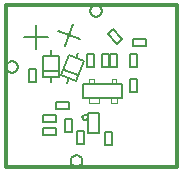
<source format=gm1>
G04 Layer_Color=16711935*
%FSLAX44Y44*%
%MOMM*%
G71*
G01*
G75*
%ADD24C,0.3000*%
%ADD27C,0.1500*%
%ADD29C,0.2000*%
%ADD44C,0.1000*%
D24*
X0Y0D02*
Y137000D01*
X145000D01*
Y0D02*
Y137000D01*
X0Y0D02*
X145000D01*
D27*
X64600Y5000D02*
X63930Y7500D01*
X62100Y9330D01*
X59600Y10000D01*
X57100Y9330D01*
X55270Y7500D01*
X54600Y5000D01*
X55270Y2500D01*
X57100Y670D01*
X59600Y0D01*
X62100Y670D01*
X63930Y2500D01*
X64600Y5000D01*
X10000Y85000D02*
X9330Y87500D01*
X7500Y89330D01*
X5000Y90000D01*
X2500Y89330D01*
X670Y87500D01*
X0Y85000D01*
X670Y82500D01*
X2500Y80670D01*
X5000Y80000D01*
X7500Y80670D01*
X9330Y82500D01*
X10000Y85000D01*
X81100Y132000D02*
X80430Y134500D01*
X78600Y136330D01*
X76100Y137000D01*
X73600Y136330D01*
X71770Y134500D01*
X71100Y132000D01*
X71770Y129500D01*
X73600Y127670D01*
X76100Y127000D01*
X78600Y127670D01*
X80430Y129500D01*
X81100Y132000D01*
D29*
X69350Y42050D02*
X68100Y44215D01*
X65600D01*
X64350Y42050D01*
X65600Y39885D01*
X68100D01*
X69350Y42050D01*
X65250Y58250D02*
X98250D01*
X65250Y70750D02*
X98250D01*
X65250Y58250D02*
Y70750D01*
X98250Y58250D02*
Y70750D01*
X49750Y29750D02*
X55750D01*
X49750Y40750D02*
X55750D01*
X49750Y29750D02*
X49750Y40750D01*
X55750D02*
X55750Y29750D01*
X42000Y27000D02*
Y33000D01*
X31000Y27000D02*
Y33000D01*
Y27000D02*
X42000Y27000D01*
X31000Y33000D02*
X42000Y33000D01*
X42000Y49500D02*
Y55500D01*
X53000Y49500D02*
Y55500D01*
X42000Y55500D02*
X53000Y55500D01*
X42000Y49500D02*
X53000Y49500D01*
X88250Y84500D02*
X94250D01*
X88250Y95500D02*
X94250D01*
X88250Y84500D02*
Y95500D01*
X94250D02*
X94250Y84500D01*
X84000Y29500D02*
X84000Y18500D01*
X90000D02*
X90000Y29500D01*
X84000Y18500D02*
X90000D01*
X84000Y29500D02*
X90000D01*
X31000Y44250D02*
X42000Y44250D01*
X31000Y38250D02*
X42000Y38250D01*
X31000Y38250D02*
Y44250D01*
X42000Y38250D02*
Y44250D01*
X46829Y77601D02*
X59515Y72984D01*
X65671Y89899D01*
X52985Y94516D02*
X65671Y89899D01*
X46829Y77601D02*
X52985Y94516D01*
X51633Y71064D02*
X53172Y75293D01*
X59328Y92207D02*
X60867Y96436D01*
X48625Y82535D02*
X61075Y78003D01*
X43657Y114938D02*
X62451Y108097D01*
X49634Y102121D02*
X56474Y120914D01*
X31250Y76250D02*
X44750D01*
Y94250D01*
X31250D02*
X44750D01*
X31250Y76250D02*
Y94250D01*
X38000Y71750D02*
X38000Y76250D01*
Y94250D02*
Y98750D01*
X31250Y81500D02*
X44500D01*
X15500Y110250D02*
X35500D01*
X25500Y120250D02*
X25500Y100250D01*
X59750Y19750D02*
X65750D01*
X59750Y30750D02*
X65750D01*
X59750Y19750D02*
X59750Y30750D01*
X65750D02*
X65750Y19750D01*
X105000Y74500D02*
X111000D01*
X105000Y63500D02*
X111000D01*
Y74500D01*
X105000Y63500D02*
Y74500D01*
X105000Y95500D02*
X111000D01*
X105000Y84500D02*
X111000D01*
Y95500D01*
X105000Y84500D02*
Y95500D01*
X107500Y102500D02*
Y108500D01*
X118500Y102500D02*
Y108500D01*
X107500Y108500D02*
X118500Y108500D01*
X107500Y102500D02*
X118500Y102500D01*
X86490Y112268D02*
X90732Y116510D01*
X94268Y104490D02*
X98510Y108732D01*
X90732Y116510D02*
X98510Y108732D01*
X86490Y112268D02*
X94268Y104490D01*
X19250Y71750D02*
X25250D01*
X19250Y82750D02*
X25250D01*
X19250Y71750D02*
X19250Y82750D01*
X25250D02*
X25250Y71750D01*
X68250Y84500D02*
X74250D01*
X68250Y95500D02*
X74250D01*
X68250Y84500D02*
X68250Y95500D01*
X74250Y84500D02*
Y95500D01*
X81250Y95500D02*
X87250Y95500D01*
X81250Y84500D02*
X87250D01*
Y95500D01*
X81250Y84500D02*
Y95500D01*
X79000Y46000D02*
X79000Y28500D01*
X69500D02*
Y46000D01*
X79000Y46000D01*
X69500Y28500D02*
X79000D01*
D44*
X70250Y75000D02*
X74250Y75000D01*
X89250Y75000D02*
X93250Y75000D01*
X88750Y54000D02*
X93750D01*
X70050D02*
X78450D01*
X88750D02*
Y58250D01*
X93750D02*
X93750Y54000D01*
X70050D02*
Y58250D01*
X78450D02*
X78450Y54000D01*
X70250Y70750D02*
Y75000D01*
X74250Y70750D02*
Y75000D01*
X89250Y75000D02*
X89250Y70750D01*
X93250D02*
Y75000D01*
M02*

</source>
